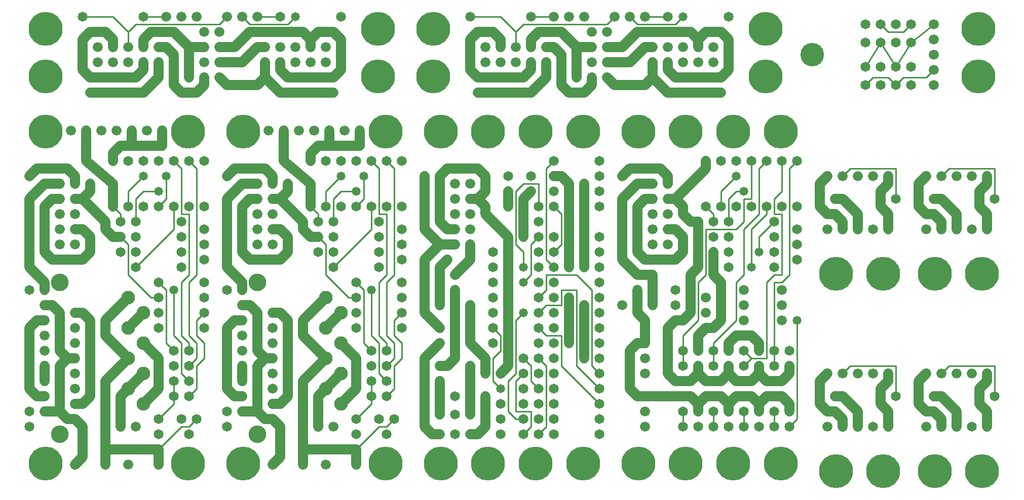
<source format=gtl>
%MOIN*%
%FSLAX25Y25*%
G04 D10 used for Character Trace; *
G04     Circle (OD=.01000) (No hole)*
G04 D11 used for Power Trace; *
G04     Circle (OD=.06500) (No hole)*
G04 D12 used for Signal Trace; *
G04     Circle (OD=.01100) (No hole)*
G04 D13 used for Via; *
G04     Circle (OD=.05800) (Round. Hole ID=.02800)*
G04 D14 used for Component hole; *
G04     Circle (OD=.06500) (Round. Hole ID=.03500)*
G04 D15 used for Component hole; *
G04     Circle (OD=.06600) (Round. Hole ID=.04200)*
G04 D16 used for Component hole; *
G04     Circle (OD=.08200) (Round. Hole ID=.05200)*
G04 D17 used for Component hole; *
G04     Circle (OD=.08950) (Round. Hole ID=.05950)*
G04 D18 used for Component hole; *
G04     Circle (OD=.11600) (Round. Hole ID=.08600)*
G04 D19 used for Component hole; *
G04     Circle (OD=.15500) (Round. Hole ID=.12500)*
G04 D20 used for Component hole; *
G04     Circle (OD=.18200) (Round. Hole ID=.15200)*
G04 D21 used for Component hole; *
G04     Circle (OD=.22350) (Round. Hole ID=.19350)*
%ADD10C,.01000*%
%ADD11C,.06500*%
%ADD12C,.01100*%
%ADD13C,.05800*%
%ADD14C,.06500*%
%ADD15C,.06600*%
%ADD16C,.08200*%
%ADD17C,.08950*%
%ADD18C,.11600*%
%ADD19C,.15500*%
%ADD20C,.18200*%
%ADD21C,.22350*%
%IPPOS*%
%LPD*%
G90*X0Y0D02*D21*X15625Y20625D03*D15*              
X35000Y20000D03*D11*X40000Y25000D01*Y45000D01*    
X35000Y50000D01*X30000D01*X25000Y55000D01*        
X15000D01*D15*D03*D14*X5000Y45000D03*D11*         
X25000Y55000D02*Y85000D01*X30000Y90000D01*        
X35000D01*D15*D03*D11*X30000D02*X25000Y95000D01*  
Y120000D01*X20000Y125000D01*X15000D01*D15*D03*D14*
X5000Y135000D03*D11*Y110000D02*X10000Y115000D01*  
X5000Y70000D02*Y110000D01*X10000Y65000D02*        
X5000Y70000D01*X10000Y65000D02*X15000D01*D15*D03* 
D14*X5000Y55000D03*D15*X15000Y75000D03*D11*       
Y85000D01*D15*D03*Y95000D03*X35000Y70000D03*      
Y80000D03*X15000Y105000D03*X35000Y100000D03*D11*  
Y60000D02*X40000D01*D15*X35000D03*D11*X40000D02*  
X45000Y65000D01*Y115000D01*X40000Y120000D01*      
X35000D01*D15*D03*Y110000D03*D11*X15000Y135000D02*
Y140000D01*D14*Y135000D03*D11*Y140000D02*         
X5000Y150000D01*Y195000D01*X15000Y205000D01*      
X25000D01*D15*D03*X35000Y195000D03*D11*X40000D01* 
X55000Y180000D01*D14*D03*D11*Y175000D01*          
X60000Y170000D01*X65000D01*D14*D03*D12*           
X70000Y165000D01*Y145000D01*X85000Y130000D01*     
X90000D01*D14*D03*D12*X95000Y100000D02*Y135000D01*
X100000Y95000D02*X95000Y100000D01*D14*            
X100000Y95000D03*D12*X105000Y80000D02*Y100000D01* 
X110000Y75000D02*X105000Y80000D01*D14*            
X110000Y75000D03*D12*Y65000D02*X115000Y70000D01*  
D14*X110000Y65000D03*D12*X115000Y70000D02*        
Y85000D01*X120000Y90000D01*Y100000D01*            
X115000Y105000D01*Y115000D01*X120000Y120000D01*   
D14*D03*Y130000D03*Y110000D03*D12*                
X110000Y100000D02*X105000Y105000D01*              
X110000Y95000D02*Y100000D01*D14*Y95000D03*D12*    
Y85000D02*X115000Y90000D01*D14*X110000Y85000D03*  
D12*X115000Y90000D02*Y100000D01*X110000Y105000D01*
Y140000D01*X115000Y145000D01*Y215000D01*          
X110000Y220000D01*D14*D03*D12*X105000Y185000D02*  
Y215000D01*Y185000D02*X110000D01*Y145000D01*      
X105000Y140000D01*Y105000D01*Y100000D02*          
X100000Y105000D01*Y135000D01*D13*D03*D12*         
X95000D02*X90000Y140000D01*D14*D03*               
X75000Y150000D03*D12*X100000Y175000D01*Y190000D01*
D14*D03*D12*X90000D02*X95000Y195000D01*D14*       
X90000Y190000D03*D12*X95000Y195000D02*Y210000D01* 
D13*D03*D14*X100000Y220000D03*D12*                
X105000Y215000D01*D13*X90000Y200000D03*D12*       
X80000D01*X75000Y195000D01*Y180000D01*D14*D03*    
X80000Y190000D03*D12*X65000Y180000D02*Y185000D01* 
D14*Y180000D03*D12*Y185000D02*X60000Y190000D01*   
D14*D03*D11*Y205000D01*X42500Y220000D01*          
Y240000D01*D15*D03*X52500D03*X32500D03*D11*       
X60000Y220000D02*Y225000D01*D14*Y220000D03*D11*   
Y225000D02*X65000Y230000D01*X72500D01*X92500D01*  
Y240000D01*D15*D03*X82500D03*D21*                 
X109375Y239375D03*D14*X80000Y220000D03*X90000D03* 
D15*X72500Y240000D03*D11*Y230000D01*D15*          
X62500Y240000D03*D14*X70000Y220000D03*D13*        
X80000Y210000D03*D12*X70000Y200000D01*Y190000D01* 
D14*D03*X75000Y170000D03*D13*X45000Y205000D03*D11*
Y200000D01*X40000Y195000D01*D15*X35000Y185000D03* 
Y205000D03*D11*Y210000D01*X30000Y215000D01*       
X10000D01*X5000Y210000D01*D13*D03*D11*            
X15000Y190000D02*X20000Y195000D01*                
X15000Y160000D02*Y190000D01*X20000Y155000D02*     
X15000Y160000D01*X20000Y155000D02*X40000D01*      
X45000Y160000D01*Y170000D01*X40000Y175000D01*     
X35000D01*D15*D03*X25000Y185000D03*Y165000D03*    
Y175000D03*X35000Y165000D03*X25000Y195000D03*D11* 
X20000D01*D14*X65000Y160000D03*D21*               
X15625Y239375D03*D14*X75000Y160000D03*D18*        
X25000Y140000D03*D17*X70000Y130000D03*D11*        
X55000Y115000D01*Y110000D01*D13*D03*D11*          
Y105000D01*X70000Y90000D01*D17*D03*D11*           
X55000Y75000D01*Y30000D01*Y20000D01*D15*D03*D11*  
Y30000D02*X90000D01*Y20000D01*D15*D03*D12*        
Y30000D02*X105000Y45000D01*X110000D01*            
X115000Y50000D01*D14*D03*X110000Y40000D03*        
X105000Y50000D03*X100000Y65000D03*D12*Y60000D01*  
X90000Y50000D01*D14*D03*D17*X80000Y60000D03*D11*  
X90000Y70000D01*Y90000D01*X80000Y100000D01*D17*   
D03*D14*X90000Y110000D03*D17*X70000D03*D11*       
X80000Y120000D01*D17*D03*D14*X90000D03*           
X105000Y150000D03*X100000Y85000D03*               
X105000Y160000D03*D17*X80000Y80000D03*D11*        
X70000Y70000D01*D17*D03*D11*X65000Y65000D01*      
Y45000D01*D15*D03*X75000D03*D14*X90000Y40000D03*  
D15*X70000Y20000D03*D12*X100000Y65000D02*         
Y75000D01*D14*D03*D21*X109375Y20625D03*D14*       
X120000Y140000D03*D18*X25000Y40000D03*D14*        
X120000Y155000D03*D15*X15000Y115000D03*D11*       
X10000D01*D14*X105000Y170000D03*Y180000D03*       
X110000Y190000D03*X120000Y165000D03*Y175000D03*   
Y190000D03*Y220000D03*G90*X0Y0D02*                
X135000Y135000D03*Y45000D03*Y55000D03*D11*        
X140000Y65000D02*X135000Y70000D01*                
X140000Y65000D02*X145000D01*D15*D03*D11*          
X160000Y50000D02*X155000Y55000D01*                
X160000Y50000D02*X165000D01*X170000Y45000D01*     
Y25000D01*X165000Y20000D01*D15*D03*X185000D03*D11*
Y30000D01*X220000D01*Y20000D01*D15*D03*D12*       
Y30000D02*X235000Y45000D01*X240000D01*            
X245000Y50000D01*D14*D03*X240000Y40000D03*        
X235000Y50000D03*X230000Y65000D03*D12*Y60000D01*  
X220000Y50000D01*D14*D03*D17*X210000Y60000D03*D11*
X220000Y70000D01*Y90000D01*X210000Y100000D01*D17* 
D03*D14*X220000Y110000D03*D17*X200000D03*D11*     
X210000Y120000D01*D17*D03*D14*X220000Y130000D03*  
D12*X215000D01*X200000Y145000D01*Y165000D01*      
X195000Y170000D01*D14*D03*D11*X190000D01*         
X185000Y175000D01*Y180000D01*D14*D03*D11*         
X170000Y195000D01*X165000D01*D15*D03*D11*         
X170000D02*X175000Y200000D01*Y205000D01*D13*D03*  
D11*X165000D02*Y210000D01*D15*Y205000D03*D11*     
Y210000D02*X160000Y215000D01*X140000D01*          
X135000Y210000D01*D13*D03*D11*Y195000D02*         
X145000Y205000D01*X135000Y150000D02*Y195000D01*   
X145000Y140000D02*X135000Y150000D01*              
X145000Y135000D02*Y140000D01*D14*Y135000D03*D15*  
Y125000D03*D11*X150000D01*X155000Y120000D01*      
Y95000D01*X160000Y90000D01*X155000Y85000D01*      
Y55000D01*X145000D01*D15*D03*D11*X135000Y70000D02*
Y110000D01*X140000Y115000D01*X145000D01*D15*D03*  
Y105000D03*X165000Y100000D03*Y110000D03*          
X145000Y95000D03*X165000Y120000D03*D11*X170000D01*
X175000Y115000D01*Y65000D01*X170000Y60000D01*     
X165000D01*D15*D03*Y70000D03*X145000Y75000D03*D11*
Y85000D01*D15*D03*D11*X160000Y90000D02*X165000D01*
D15*D03*Y80000D03*D13*X185000Y110000D03*D11*      
Y105000D01*X200000Y90000D01*D17*D03*D11*          
X185000Y75000D01*Y30000D01*D15*X200000Y20000D03*  
X195000Y45000D03*D11*Y65000D01*X200000Y70000D01*  
D17*D03*D11*X210000Y80000D01*D17*D03*D12*         
X230000Y65000D02*Y75000D01*D14*D03*D12*X240000D02*
X235000Y80000D01*D14*X240000Y75000D03*D12*        
Y65000D02*X245000Y70000D01*D14*X240000Y65000D03*  
D12*X245000Y70000D02*Y85000D01*X250000Y90000D01*  
Y100000D01*X245000Y105000D01*Y115000D01*          
X250000Y120000D01*D14*D03*Y130000D03*Y110000D03*  
D12*X240000Y100000D02*X235000Y105000D01*          
X240000Y95000D02*Y100000D01*D14*Y95000D03*D12*    
Y85000D02*X245000Y90000D01*D14*X240000Y85000D03*  
D12*X245000Y90000D02*Y100000D01*X240000Y105000D01*
Y140000D01*X245000Y145000D01*Y215000D01*          
X240000Y220000D01*D14*D03*D12*X235000Y185000D02*  
Y215000D01*Y185000D02*X240000D01*Y145000D01*      
X235000Y140000D01*Y105000D01*Y100000D02*          
X230000Y105000D01*X235000Y80000D02*Y100000D01*D14*
X230000Y85000D03*Y95000D03*D12*X225000Y100000D01* 
Y135000D01*X220000Y140000D01*D14*D03*D13*         
X230000Y135000D03*D12*Y105000D01*D14*             
X220000Y120000D03*D17*X200000Y130000D03*D11*      
X185000Y115000D01*Y110000D01*D18*                 
X155000Y140000D03*D14*X205000Y150000D03*D12*      
X230000Y175000D01*Y190000D01*D14*D03*D12*         
X220000D02*X225000Y195000D01*D14*                 
X220000Y190000D03*D12*X225000Y195000D02*          
Y210000D01*D13*D03*D14*X230000Y220000D03*D12*     
X235000Y215000D01*D13*X220000Y200000D03*D12*      
X210000D01*X205000Y195000D01*Y180000D01*D14*D03*  
X210000Y190000D03*D12*X195000Y180000D02*          
Y185000D01*D14*Y180000D03*D12*Y185000D02*         
X190000Y190000D01*D14*D03*D11*Y205000D01*         
X172500Y220000D01*Y240000D01*D15*D03*X182500D03*  
X162500D03*D11*X190000Y220000D02*Y225000D01*D14*  
Y220000D03*D11*Y225000D02*X195000Y230000D01*      
X202500D01*X222500D01*Y240000D01*D15*D03*         
X212500D03*D21*X239375Y239375D03*D14*             
X210000Y220000D03*X220000D03*D15*                 
X202500Y240000D03*D11*Y230000D01*D15*             
X192500Y240000D03*D14*X200000Y220000D03*D13*      
X210000Y210000D03*D12*X200000Y200000D01*          
Y190000D01*D14*D03*X205000Y170000D03*D11*         
X175000Y160000D02*Y170000D01*X170000Y155000D02*   
X175000Y160000D01*X150000Y155000D02*X170000D01*   
X150000D02*X145000Y160000D01*Y190000D01*          
X150000Y195000D01*X155000D01*D15*D03*             
X165000Y185000D03*D11*X145000Y205000D02*          
X155000D01*D15*D03*Y185000D03*Y175000D03*         
X165000D03*D11*X170000D01*X175000Y170000D01*D15*  
X165000Y165000D03*D14*X195000Y160000D03*D15*      
X155000Y165000D03*D14*X205000Y160000D03*          
X235000Y150000D03*Y160000D03*Y170000D03*          
Y180000D03*X240000Y190000D03*D21*                 
X145625Y239375D03*D14*X250000Y140000D03*          
Y155000D03*Y165000D03*Y175000D03*Y190000D03*      
Y220000D03*D15*X205000Y45000D03*D18*              
X155000Y40000D03*D14*X220000D03*D21*              
X145625Y20625D03*X239375D03*G90*X0Y0D02*D11*      
X270000Y40000D02*X265000Y45000D01*                
X270000Y40000D02*X275000D01*D14*D03*              
X285000Y53000D03*D11*X265000Y45000D02*Y90000D01*  
X275000Y100000D01*D15*D03*D11*X280000Y85000D02*   
X285000Y90000D01*X275000Y85000D02*X280000D01*D15* 
X275000D03*Y75000D03*D11*Y53000D01*D14*D03*       
X285000Y40000D03*Y65000D03*X295000Y40000D03*D11*  
X300000D01*X305000Y45000D01*Y65000D01*D14*D03*    
X315000Y60000D03*D12*Y70000D02*X310000Y75000D01*  
D13*X315000Y70000D03*D12*X320000Y55000D02*        
Y75000D01*X325000Y50000D02*X320000Y55000D01*      
X325000Y50000D02*X330000D01*D14*D03*D12*Y40000D02*
X335000Y45000D01*D14*X330000Y40000D03*D12*        
X335000Y45000D02*Y55000D01*X325000D01*Y75000D01*  
X330000Y80000D01*D14*D03*D12*X340000Y70000D02*    
X335000Y75000D01*D14*X340000Y70000D03*D12*        
X335000Y75000D02*Y85000D01*X330000Y90000D01*D14*  
D03*X340000Y80000D03*Y100000D03*D12*              
X320000Y75000D02*X325000Y80000D01*Y115000D01*     
X330000Y120000D01*D13*D03*D14*X340000Y110000D03*  
D12*X345000Y105000D01*X355000D01*Y85000D01*       
X380000Y60000D01*D14*D03*Y70000D03*D12*           
X365000Y85000D01*Y135000D01*X355000D01*Y125000D01*
X345000D01*X340000Y120000D01*D14*D03*             
X350000Y110000D03*Y130000D03*Y120000D03*          
X340000Y130000D03*D12*X345000Y135000D01*          
Y145000D01*X365000D01*X375000Y135000D01*Y85000D01*
X380000Y80000D01*D14*D03*D13*X370000Y90000D03*D11*
Y125000D01*D13*D03*D14*X380000Y120000D03*D13*     
X360000Y130000D03*D11*Y100000D01*D13*D03*D14*     
X350000Y90000D03*Y100000D03*D12*X345000Y45000D02* 
Y85000D01*X340000Y40000D02*X345000Y45000D01*D14*  
X340000Y40000D03*X350000Y50000D03*Y40000D03*      
X340000Y50000D03*X350000Y60000D03*X340000D03*D21* 
X338125Y20625D03*D14*X330000Y60000D03*            
X315000Y50000D03*Y40000D03*D21*X369375Y20625D03*  
D14*X350000Y70000D03*X330000D03*D21*              
X306875Y20625D03*D12*X310000Y75000D02*Y90000D01*  
X315000Y95000D01*Y105000D01*X310000Y110000D01*D14*
D03*Y120000D03*Y100000D03*D15*X295000Y125000D03*  
D11*Y105000D01*D14*D03*D11*Y100000D01*            
X305000Y90000D01*Y80000D01*D14*D03*               
X295000Y85000D03*D11*Y53000D01*D14*D03*           
X315000Y80000D03*D11*X320000Y85000D01*Y160000D01* 
D13*D03*D11*Y170000D01*X310000Y180000D01*D13*D03* 
D11*X305000Y185000D01*Y190000D01*                 
X300000Y195000D01*X295000D01*D15*D03*D11*         
X300000D02*X305000Y200000D01*Y210000D01*D13*D03*  
D11*X300000Y215000D01*X280000D01*                 
X275000Y210000D01*Y180000D01*X280000Y175000D01*   
X285000D01*D15*D03*X295000Y165000D03*D11*         
Y155000D01*X285000Y145000D01*D13*D03*D11*         
X275000Y125000D02*Y150000D01*D15*Y125000D03*      
X285000Y135000D03*D11*Y90000D01*D15*              
X275000Y110000D03*D11*X265000Y120000D01*          
Y155000D01*X275000Y165000D01*X285000D01*D15*D03*  
X295000Y175000D03*D13*X280000Y155000D03*D11*      
X275000Y150000D01*Y165000D02*X265000Y175000D01*   
Y210000D01*D13*D03*D15*X285000Y195000D03*         
Y205000D03*Y185000D03*X295000D03*D21*             
X275625Y239375D03*D15*X295000Y205000D03*D21*      
X306875Y239375D03*D14*X310000Y160000D03*          
X320000Y190000D03*D11*Y200000D01*D14*D03*D12*     
X325000Y165000D02*Y200000D01*X330000Y160000D02*   
X325000Y165000D01*X330000Y150000D02*Y160000D01*   
D13*Y150000D03*D12*Y140000D02*X335000Y145000D01*  
D13*X330000Y140000D03*D12*X335000Y145000D02*      
Y165000D01*X340000Y170000D01*D14*D03*             
X350000Y160000D03*D12*X355000Y165000D01*          
Y185000D01*X350000Y190000D01*D14*D03*             
X360000Y180000D03*D11*Y150000D01*D13*D03*D14*     
X350000Y140000D03*D13*X370000Y150000D03*D11*      
Y180000D01*D14*D03*D11*Y205000D01*D13*D03*D14*    
X380000Y200000D03*D11*X360000Y180000D02*          
Y205000D01*D14*X350000Y170000D03*                 
X380000Y160000D03*X340000D03*X380000Y170000D03*   
X340000Y190000D03*D12*Y205000D01*X330000D01*      
X325000Y200000D01*D11*X330000Y190000D02*          
Y195000D01*D14*Y190000D03*D11*Y170000D01*D13*D03* 
D14*X340000Y180000D03*D12*X350000Y150000D02*      
X345000Y155000D01*D14*X350000Y150000D03*D12*      
X345000Y155000D02*Y215000D01*X350000Y220000D01*   
D14*D03*Y210000D03*D11*X355000D01*                
X360000Y205000D01*D14*X350000Y200000D03*          
X380000Y190000D03*Y210000D03*Y220000D03*          
X335000Y210000D03*Y200000D03*D11*                 
X330000Y195000D01*D14*X320000Y210000D03*D21*      
X369375Y239375D03*D14*X310000Y150000D03*D21*      
X338125Y239375D03*D14*X340000Y150000D03*          
X380000D03*X310000Y140000D03*X340000D03*          
X380000D03*X310000Y130000D03*X380000D03*          
Y110000D03*Y100000D03*X340000Y90000D03*D12*       
X345000Y85000D01*D14*X350000Y80000D03*            
X380000Y50000D03*Y90000D03*Y40000D03*D21*         
X275625Y20625D03*G90*X0Y0D02*D15*                 
X395000Y125000D03*D11*X405000Y145000D02*          
X395000Y155000D01*X405000Y145000D02*X415000D01*   
D13*D03*D11*Y125000D01*D15*D03*X405000Y135000D03* 
D11*Y120000D01*X410000Y115000D01*Y100000D01*D15*  
D03*D11*X405000D01*X400000Y95000D01*Y70000D01*    
X405000Y65000D01*X410000D01*D15*D03*D11*          
X440000D01*X445000Y60000D01*Y55000D01*D14*D03*D11*
Y60000D02*X450000Y65000D01*X460000D01*            
X465000Y60000D01*Y55000D01*D14*D03*D11*Y60000D02* 
X470000Y65000D01*X480000D01*X485000Y60000D01*     
Y55000D01*D14*D03*D11*Y60000D02*X490000Y65000D01* 
X500000D01*X505000Y60000D01*Y55000D01*D14*D03*D12*
Y45000D02*X510000Y50000D01*D14*X505000Y45000D03*  
D12*X510000Y50000D02*Y115000D01*D13*D03*D15*      
X500000Y125000D03*Y115000D03*D14*X495000Y95000D03*
D12*Y85000D01*D14*D03*D12*X480000Y90000D02*       
X490000D01*X475000Y85000D02*X480000Y90000D01*D14* 
X475000Y85000D03*D12*X480000Y90000D02*            
X475000Y95000D01*D14*D03*X485000Y85000D03*D11*    
Y80000D01*X480000Y75000D01*X470000D01*            
X465000Y80000D01*X460000Y75000D01*X450000D01*     
X445000Y80000D01*X440000Y75000D01*X430000D01*     
X425000Y80000D01*Y110000D01*X430000Y115000D01*    
X435000D01*X440000Y120000D01*Y145000D01*          
X445000Y150000D01*Y180000D01*D14*D03*D11*         
X440000D01*X435000Y185000D01*Y190000D01*          
X430000Y195000D01*X425000D01*D15*D03*D11*         
X430000D02*X450000Y215000D01*Y220000D01*D14*D03*  
X460000D03*D12*X465000Y195000D02*                 
X470000Y200000D01*X465000Y180000D02*Y195000D01*   
D14*Y180000D03*D12*X450000Y175000D02*X470000D01*  
X450000Y145000D02*Y175000D01*X445000Y140000D02*   
X450000Y145000D01*X445000Y115000D02*Y140000D01*   
X435000Y105000D02*X445000Y115000D01*              
X435000Y95000D02*Y105000D01*D14*Y95000D03*D12*    
Y85000D01*D14*D03*X445000Y95000D03*D11*Y105000D01*
X450000Y110000D01*X455000D01*X460000Y115000D01*   
Y140000D01*X455000Y145000D01*Y160000D01*D14*D03*  
X465000Y150000D03*Y170000D03*Y160000D03*          
X455000Y170000D03*D12*X470000Y175000D02*          
X475000Y180000D01*Y195000D01*X480000D01*          
Y220000D01*D14*D03*D12*X485000Y185000D02*         
Y215000D01*X475000Y175000D02*X485000Y185000D01*   
X475000Y145000D02*Y175000D01*X470000Y140000D02*   
X475000Y145000D01*X470000Y115000D02*Y140000D01*   
X455000Y100000D02*X470000Y115000D01*              
X455000Y95000D02*Y100000D01*D14*Y95000D03*D12*    
Y85000D01*D14*D03*X465000Y95000D03*D11*Y100000D01*
X470000Y105000D01*X480000D01*X485000Y100000D01*   
Y95000D01*D14*D03*D12*X490000Y90000D02*Y140000D01*
X495000Y145000D01*X500000D01*Y185000D01*          
X495000D01*Y195000D01*X500000Y200000D01*          
Y220000D01*D14*D03*D12*X505000Y145000D02*         
Y215000D01*X500000Y140000D02*X505000Y145000D01*   
X495000Y140000D02*X500000D01*X495000Y95000D02*    
Y140000D01*D14*X505000Y85000D03*D11*Y80000D01*    
X500000Y75000D01*X490000D01*X485000Y80000D01*D14* 
X465000Y85000D03*D11*Y80000D01*D14*               
X445000Y85000D03*D11*Y80000D01*D14*               
X435000Y55000D03*D12*Y45000D01*D14*D03*X445000D03*
X455000D03*D12*Y55000D01*D14*D03*X465000Y45000D03*
X475000D03*D12*Y55000D01*D14*D03*X485000Y45000D03*
X495000D03*D12*Y55000D01*D14*D03*D21*             
X468125Y20625D03*X499375D03*D14*X505000Y95000D03* 
D15*X475000Y115000D03*D21*X436875Y20625D03*D15*   
X450000Y120000D03*X475000Y125000D03*D14*          
X430000D03*D15*X450000Y130000D03*                 
X500000Y135000D03*X475000D03*D14*X430000D03*D15*  
X410000Y90000D03*Y80000D03*Y55000D03*Y45000D03*   
D21*X405625Y20625D03*D14*X495000Y150000D03*D13*   
X480000D03*D12*Y175000D01*X490000Y185000D01*      
Y190000D01*D14*D03*X500000D03*X480000D03*         
X495000Y180000D03*D12*X485000Y170000D01*          
Y160000D01*D13*D03*D14*X495000Y170000D03*         
Y160000D03*X510000Y155000D03*Y165000D03*          
Y175000D03*Y190000D03*D12*X455000Y180000D02*      
Y185000D01*D14*Y180000D03*D12*Y185000D02*         
X450000Y190000D01*D14*D03*D12*X460000D02*         
Y200000D01*D14*Y190000D03*D12*X470000Y200000D02*  
X475000D01*D13*D03*D14*X470000Y190000D03*D13*     
Y210000D03*D12*X460000Y200000D01*D14*             
X470000Y220000D03*D12*X485000Y215000D02*          
X490000Y220000D01*D14*D03*D12*X505000Y215000D02*  
X510000Y220000D01*D14*D03*D21*X499375Y239375D03*  
X468125D03*X436875D03*D11*X435000Y160000D02*      
Y170000D01*X430000Y155000D02*X435000Y160000D01*   
X410000Y155000D02*X430000D01*X410000D02*          
X405000Y160000D01*Y190000D01*X410000Y195000D01*   
X415000D01*D15*D03*X425000Y185000D03*Y205000D03*  
D11*Y210000D01*X420000Y215000D01*X400000D01*      
X395000Y210000D01*D13*D03*D11*Y195000D02*         
X405000Y205000D01*X395000Y155000D02*Y195000D01*   
D15*X415000Y175000D03*Y165000D03*Y185000D03*      
X425000Y165000D03*Y175000D03*D11*X430000D01*      
X435000Y170000D01*D15*X415000Y205000D03*D11*      
X405000D01*D21*X405625Y239375D03*G90*X0Y0D02*D11* 
X530000Y55000D02*X525000Y60000D01*                
X530000Y55000D02*X535000D01*X540000Y50000D01*     
Y45000D01*D15*D03*D11*X550000D02*Y55000D01*D15*   
Y45000D03*D14*X560000D03*D11*X550000Y55000D02*    
X540000Y65000D01*X535000D01*D14*D03*D11*          
X525000Y60000D02*Y75000D01*X530000Y80000D01*D15*  
D03*X540000D03*D12*X545000Y85000D01*X575000D01*   
Y65000D01*D14*D03*D11*X565000Y60000D02*Y70000D01* 
X570000Y55000D02*X565000Y60000D01*                
X570000Y45000D02*Y55000D01*D14*Y45000D03*D11*     
X565000Y70000D02*X570000Y75000D01*Y80000D01*D15*  
D03*X560000D03*X550000D03*X530000Y45000D03*D21*   
X535625Y15625D03*X566875D03*G90*X0Y0D02*D11*      
X530000Y185000D02*X525000Y190000D01*              
X530000Y185000D02*X535000D01*X540000Y180000D01*   
Y175000D01*D15*D03*D11*X550000D02*Y185000D01*D15* 
Y175000D03*D14*X560000D03*D11*X550000Y185000D02*  
X540000Y195000D01*X535000D01*D14*D03*D11*         
X525000Y190000D02*Y205000D01*X530000Y210000D01*   
D15*D03*X540000D03*D12*X545000Y215000D01*         
X575000D01*Y195000D01*D14*D03*D11*                
X565000Y190000D02*Y200000D01*X570000Y185000D02*   
X565000Y190000D01*X570000Y175000D02*Y185000D01*   
D14*Y175000D03*D11*X565000Y200000D02*             
X570000Y205000D01*Y210000D01*D15*D03*X560000D03*  
X550000D03*X530000Y175000D03*D21*                 
X535625Y145625D03*X566875D03*G90*X0Y0D02*D11*     
X595000Y55000D02*X590000Y60000D01*                
X595000Y55000D02*X600000D01*X605000Y50000D01*     
Y45000D01*D15*D03*D11*X615000D02*Y55000D01*D15*   
Y45000D03*D14*X625000D03*D11*X615000Y55000D02*    
X605000Y65000D01*X600000D01*D14*D03*D11*          
X590000Y60000D02*Y75000D01*X595000Y80000D01*D15*  
D03*X605000D03*D12*X610000Y85000D01*X640000D01*   
Y65000D01*D14*D03*D11*X630000Y60000D02*Y70000D01* 
X635000Y55000D02*X630000Y60000D01*                
X635000Y45000D02*Y55000D01*D14*Y45000D03*D11*     
X630000Y70000D02*X635000Y75000D01*Y80000D01*D15*  
D03*X625000D03*X615000D03*X595000Y45000D03*D21*   
X600625Y15625D03*X631875D03*G90*X0Y0D02*D11*      
X595000Y185000D02*X590000Y190000D01*              
X595000Y185000D02*X600000D01*X605000Y180000D01*   
Y175000D01*D15*D03*D11*X615000D02*Y185000D01*D15* 
Y175000D03*D14*X625000D03*D11*X615000Y185000D02*  
X605000Y195000D01*X600000D01*D14*D03*D11*         
X590000Y190000D02*Y205000D01*X595000Y210000D01*   
D15*D03*X605000D03*D12*X610000Y215000D01*         
X640000D01*Y195000D01*D14*D03*D11*                
X630000Y190000D02*Y200000D01*X635000Y185000D02*   
X630000Y190000D01*X635000Y175000D02*Y185000D01*   
D14*Y175000D03*D11*X630000Y200000D02*             
X635000Y205000D01*Y210000D01*D15*D03*X625000D03*  
X615000D03*X595000Y175000D03*D21*                 
X600625Y145625D03*X631875D03*G90*X0Y0D02*D13*     
X205000Y265000D03*D11*X170000D01*                 
X160000Y275000D01*Y285000D01*D15*D03*             
X170000Y295000D03*D11*X175000Y275000D02*          
X170000Y280000D01*X205000Y275000D02*X175000D01*   
X210000Y280000D02*X205000Y275000D01*              
X210000Y280000D02*Y300000D01*X205000Y305000D01*   
X195000D01*X190000Y300000D01*Y295000D01*D15*D03*  
D11*Y300000D02*X185000Y305000D01*X150000D01*      
X140000Y295000D01*X130000D01*D15*D03*             
X120000Y305000D03*Y285000D03*X130000Y305000D03*   
X120000Y295000D03*D11*X110000D01*Y275000D01*D13*  
D03*D11*X120000Y270000D02*Y275000D01*D15*D03*D11* 
Y270000D02*X115000Y265000D01*X105000D01*          
X100000Y270000D01*Y290000D01*X95000Y295000D01*    
X90000D01*D15*D03*D11*X110000D02*                 
X100000Y305000D01*X85000D01*X80000Y300000D01*     
Y295000D01*D15*D03*X90000Y285000D03*D11*          
Y275000D01*X80000Y265000D01*X45000D01*D13*D03*D11*
X75000Y275000D02*X45000D01*X80000Y280000D02*      
X75000Y275000D01*X80000Y280000D02*Y285000D01*D15* 
D03*X70000Y295000D03*D12*Y305000D01*              
X75000Y310000D01*X130000D01*X135000Y315000D01*D15*
D03*X145000D03*D12*X150000Y310000D01*X175000D01*  
X180000Y315000D01*D13*D03*D14*X170000D03*D12*     
X155000D01*D15*D03*D11*X160000Y295000D02*         
X155000D01*D15*X160000D03*D11*X155000D02*         
X145000Y285000D01*X130000D01*D15*D03*Y275000D03*  
D11*X135000Y270000D01*X155000D01*                 
X160000Y275000D01*D15*X170000Y285000D03*D11*      
Y280000D01*D15*X180000Y285000D03*Y295000D03*      
X190000Y285000D03*X200000D03*Y295000D03*D14*      
X210000Y315000D03*D15*X115000D03*X105000D03*D21*  
X234375Y275625D03*Y306875D03*D15*X95000Y315000D03*
D12*X80000D01*D14*D03*D12*X70000Y305000D02*       
X60000Y315000D01*X40000D01*D14*D03*D11*           
X55000Y305000D02*X45000D01*X60000Y300000D02*      
X55000Y305000D01*X60000Y295000D02*Y300000D01*D15* 
Y295000D03*X70000Y285000D03*X50000D03*Y295000D03* 
X60000Y285000D03*D11*X45000Y305000D02*            
X40000Y300000D01*Y280000D01*X45000Y275000D01*D21* 
X15625Y306875D03*Y275625D03*G90*X0Y0D02*          
X270625Y275625D03*D11*X300000Y275000D02*          
X295000Y280000D01*X330000Y275000D02*X300000D01*   
X335000Y280000D02*X330000Y275000D01*              
X335000Y280000D02*Y285000D01*D15*D03*D11*         
X345000Y275000D02*Y285000D01*D15*D03*             
X335000Y295000D03*D11*Y300000D01*                 
X340000Y305000D01*X355000D01*X365000Y295000D01*   
X375000D01*D15*D03*X385000Y285000D03*D11*         
X400000D01*X410000Y295000D01*X415000D01*D15*D03*  
X425000Y285000D03*D11*Y280000D01*                 
X430000Y275000D01*X460000D01*X465000Y280000D01*   
Y300000D01*X460000Y305000D01*X450000D01*          
X445000Y300000D01*Y295000D01*D15*D03*D11*         
Y300000D02*X440000Y305000D01*X405000D01*          
X395000Y295000D01*X385000D01*D15*D03*             
X375000Y305000D03*Y285000D03*X385000Y305000D03*   
D12*X390000Y315000D02*X385000Y310000D01*D15*      
X390000Y315000D03*D12*X385000Y310000D02*          
X330000D01*X325000Y305000D01*Y295000D01*D15*D03*  
X315000Y285000D03*D11*Y295000D02*Y300000D01*D15*  
Y295000D03*D11*Y300000D02*X310000Y305000D01*      
X300000D01*X295000Y300000D01*Y280000D01*D15*      
X305000Y285000D03*Y295000D03*D13*                 
X300000Y265000D03*D11*X335000D01*                 
X345000Y275000D01*X360000Y265000D02*              
X355000Y270000D01*X370000Y265000D02*X360000D01*   
X375000Y270000D02*X370000Y265000D01*              
X375000Y270000D02*Y275000D01*D15*D03*X385000D03*  
D11*X390000Y270000D01*X410000D01*                 
X415000Y275000D01*X425000Y265000D01*X460000D01*   
D13*D03*D15*X455000Y285000D03*X445000D03*         
X435000D03*X455000Y295000D03*D21*                 
X489375Y275625D03*D15*X435000Y295000D03*          
X425000D03*D21*X489375Y306875D03*D15*             
X415000Y285000D03*D11*Y275000D01*D12*             
X435000Y315000D02*X430000Y310000D01*D13*          
X435000Y315000D03*D12*X430000Y310000D02*          
X405000D01*X400000Y315000D01*D15*D03*X410000D03*  
D12*X425000D01*D14*D03*X465000D03*D15*X370000D03* 
D11*X365000Y275000D02*Y295000D01*D13*Y275000D03*  
D11*X355000Y270000D02*Y290000D01*                 
X350000Y295000D01*X345000D01*D15*D03*             
X360000Y315000D03*D12*X325000Y305000D02*          
X315000Y315000D01*X295000D01*D14*D03*D21*         
X270625Y306875D03*D15*X325000Y285000D03*D14*      
X335000Y315000D03*D12*X350000D01*D15*D03*G90*     
X0Y0D02*D19*X520000Y290000D03*D14*                
X555000Y270000D03*D12*X560000Y275000D01*          
X570000D01*X575000Y270000D01*D14*D03*D12*         
X580000Y275000D01*X595000D01*X600000Y280000D01*   
D15*D03*Y290000D03*Y270000D03*D14*                
X585000Y297950D03*D12*X600000Y310000D01*D15*D03*  
Y300000D03*D12*X585000Y297950D02*                 
X575000Y282050D01*D14*D03*D12*X565000Y297950D01*  
D14*D03*D12*X555000Y282050D01*D14*D03*X565000D03* 
X555000Y297950D03*X565000Y270000D03*D12*          
X580000Y305000D02*X570000D01*X585000Y310000D02*   
X580000Y305000D01*D14*X585000Y310000D03*          
X575000D03*Y297950D03*D12*X570000Y305000D02*      
X565000Y310000D01*D14*D03*X555000D03*             
X585000Y282050D03*Y270000D03*D21*                 
X629375Y275625D03*Y306875D03*M02*                 

</source>
